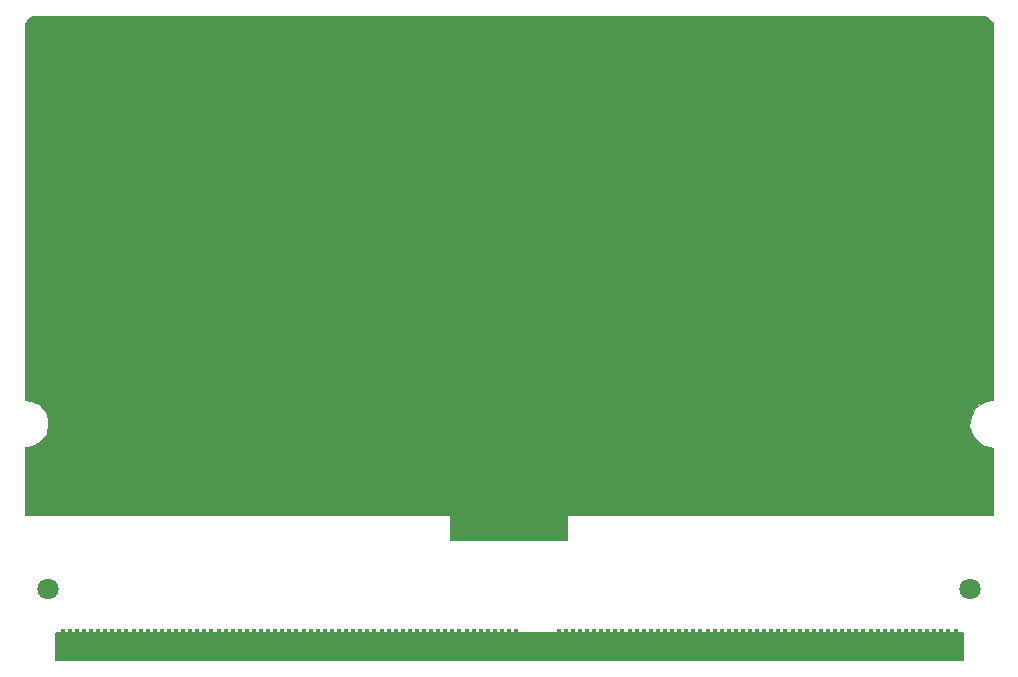
<source format=gbr>
G04 #@! TF.GenerationSoftware,KiCad,Pcbnew,6.0.11-2627ca5db0~126~ubuntu22.04.1*
G04 #@! TF.CreationDate,2023-05-08T08:47:40+02:00*
G04 #@! TF.ProjectId,DIMMCartridge_heaters,44494d4d-4361-4727-9472-696467655f68,rev?*
G04 #@! TF.SameCoordinates,Original*
G04 #@! TF.FileFunction,Soldermask,Top*
G04 #@! TF.FilePolarity,Negative*
%FSLAX46Y46*%
G04 Gerber Fmt 4.6, Leading zero omitted, Abs format (unit mm)*
G04 Created by KiCad (PCBNEW 6.0.11-2627ca5db0~126~ubuntu22.04.1) date 2023-05-08 08:47:40*
%MOMM*%
%LPD*%
G01*
G04 APERTURE LIST*
%ADD10C,0.100000*%
%ADD11C,0.150000*%
%ADD12R,2.270000X2.270000*%
%ADD13C,0.604800*%
%ADD14R,1.500000X2.270000*%
%ADD15R,2.270000X4.000000*%
%ADD16R,5.000000X2.400000*%
%ADD17R,4.000000X8.000000*%
%ADD18R,10.000000X4.000000*%
%ADD19C,1.800000*%
%ADD20R,0.400000X2.300000*%
%ADD21R,2.270000X1.950000*%
G04 APERTURE END LIST*
D10*
G36*
X140220000Y-78545000D02*
G01*
X140510000Y-78655000D01*
X140740000Y-78835000D01*
X140930000Y-79105000D01*
X140990000Y-79545000D01*
X140980000Y-111025000D01*
X140350000Y-111155000D01*
X139840000Y-111405000D01*
X139400000Y-111815000D01*
X139070000Y-112485000D01*
X138980000Y-113245000D01*
X139270000Y-114065000D01*
X140020000Y-114815000D01*
X140670000Y-115005000D01*
X140990000Y-115065000D01*
X141000000Y-120745000D01*
X59000000Y-120745000D01*
X59020000Y-115035000D01*
X59290000Y-115015000D01*
X59860000Y-114845000D01*
X60460000Y-114425000D01*
X60870000Y-113885000D01*
X61000000Y-113185000D01*
X60970000Y-112665000D01*
X60750000Y-112035000D01*
X60160000Y-111405000D01*
X59500000Y-111105000D01*
X59010000Y-111045000D01*
X59010000Y-79465000D01*
X59040000Y-79235000D01*
X59170000Y-78945000D01*
X59390000Y-78715000D01*
X59720000Y-78555000D01*
X59980000Y-78525000D01*
X140220000Y-78545000D01*
G37*
X140220000Y-78545000D02*
X140510000Y-78655000D01*
X140740000Y-78835000D01*
X140930000Y-79105000D01*
X140990000Y-79545000D01*
X140980000Y-111025000D01*
X140350000Y-111155000D01*
X139840000Y-111405000D01*
X139400000Y-111815000D01*
X139070000Y-112485000D01*
X138980000Y-113245000D01*
X139270000Y-114065000D01*
X140020000Y-114815000D01*
X140670000Y-115005000D01*
X140990000Y-115065000D01*
X141000000Y-120745000D01*
X59000000Y-120745000D01*
X59020000Y-115035000D01*
X59290000Y-115015000D01*
X59860000Y-114845000D01*
X60460000Y-114425000D01*
X60870000Y-113885000D01*
X61000000Y-113185000D01*
X60970000Y-112665000D01*
X60750000Y-112035000D01*
X60160000Y-111405000D01*
X59500000Y-111105000D01*
X59010000Y-111045000D01*
X59010000Y-79465000D01*
X59040000Y-79235000D01*
X59170000Y-78945000D01*
X59390000Y-78715000D01*
X59720000Y-78555000D01*
X59980000Y-78525000D01*
X140220000Y-78545000D01*
G36*
X138400000Y-133040000D02*
G01*
X61600000Y-133040000D01*
X61600000Y-130740000D01*
X138400000Y-130740000D01*
X138400000Y-133040000D01*
G37*
D11*
X138400000Y-133040000D02*
X61600000Y-133040000D01*
X61600000Y-130740000D01*
X138400000Y-130740000D01*
X138400000Y-133040000D01*
D12*
X82125000Y-106375000D03*
D13*
X82125000Y-106375000D03*
D12*
X117875000Y-89875000D03*
D13*
X117875000Y-89875000D03*
D12*
X82125000Y-109125000D03*
D13*
X82125000Y-109125000D03*
D14*
X74865000Y-92625000D03*
D12*
X76625000Y-92625000D03*
D13*
X76625000Y-92625000D03*
D14*
X74865000Y-106375000D03*
D12*
X76625000Y-106375000D03*
D13*
X76625000Y-106375000D03*
D14*
X125135000Y-92625000D03*
D12*
X123375000Y-92625000D03*
D13*
X123375000Y-92625000D03*
D14*
X125135000Y-106375000D03*
D12*
X123375000Y-106375000D03*
D13*
X123375000Y-106375000D03*
D12*
X82125000Y-95375000D03*
D13*
X82125000Y-95375000D03*
D12*
X82125000Y-98125000D03*
D13*
X82125000Y-98125000D03*
D12*
X82125000Y-100875000D03*
D13*
X82125000Y-100875000D03*
D12*
X82125000Y-103625000D03*
D13*
X82125000Y-103625000D03*
D12*
X117875000Y-95375000D03*
D13*
X117875000Y-95375000D03*
D12*
X117875000Y-98125000D03*
D13*
X117875000Y-98125000D03*
D12*
X117875000Y-100875000D03*
D13*
X117875000Y-100875000D03*
D12*
X117875000Y-103625000D03*
D13*
X117875000Y-103625000D03*
X104125000Y-89875000D03*
D12*
X104125000Y-89875000D03*
D13*
X104125000Y-109125000D03*
D12*
X104125000Y-109125000D03*
D13*
X106875000Y-89875000D03*
D12*
X106875000Y-89875000D03*
D13*
X106875000Y-109125000D03*
D12*
X106875000Y-109125000D03*
D13*
X109625000Y-89875000D03*
D12*
X109625000Y-89875000D03*
D13*
X109625000Y-109125000D03*
D12*
X109625000Y-109125000D03*
D13*
X112375000Y-89875000D03*
D12*
X112375000Y-89875000D03*
D13*
X112375000Y-109125000D03*
D12*
X112375000Y-109125000D03*
D13*
X115125000Y-89875000D03*
D12*
X115125000Y-89875000D03*
D13*
X115125000Y-109125000D03*
D12*
X115125000Y-109125000D03*
D13*
X84875000Y-89875000D03*
D12*
X84875000Y-89875000D03*
D13*
X84875000Y-109125000D03*
D12*
X84875000Y-109125000D03*
D13*
X87625000Y-89875000D03*
D12*
X87625000Y-89875000D03*
D13*
X87625000Y-109125000D03*
D12*
X87625000Y-109125000D03*
D13*
X90375000Y-89875000D03*
D12*
X90375000Y-89875000D03*
D13*
X90375000Y-109125000D03*
D12*
X90375000Y-109125000D03*
D13*
X93125000Y-89875000D03*
D12*
X93125000Y-89875000D03*
D13*
X93125000Y-109125000D03*
D12*
X93125000Y-109125000D03*
D13*
X95875000Y-89875000D03*
D12*
X95875000Y-89875000D03*
D13*
X95875000Y-109125000D03*
D12*
X95875000Y-109125000D03*
D13*
X98625000Y-89875000D03*
D12*
X98625000Y-89875000D03*
D13*
X98625000Y-109125000D03*
D12*
X98625000Y-109125000D03*
D13*
X101375000Y-89875000D03*
D12*
X101375000Y-89875000D03*
D13*
X101375000Y-109125000D03*
D12*
X101375000Y-109125000D03*
X82125000Y-89875000D03*
D13*
X82125000Y-89875000D03*
D12*
X117875000Y-109125000D03*
D13*
X117875000Y-109125000D03*
D15*
X72500000Y-92625000D03*
D16*
X73890000Y-95440000D03*
X73890000Y-89810000D03*
D17*
X69500000Y-92625000D03*
D13*
X72500000Y-92625000D03*
D15*
X72500000Y-106375000D03*
D16*
X73890000Y-109190000D03*
X73890000Y-103560000D03*
D17*
X69500000Y-106375000D03*
D13*
X72500000Y-106375000D03*
D15*
X127500000Y-92625000D03*
D16*
X126110000Y-89810000D03*
X126110000Y-95440000D03*
D17*
X130500000Y-92625000D03*
D13*
X127500000Y-92625000D03*
D15*
X127500000Y-106375000D03*
D16*
X126110000Y-103560000D03*
X126110000Y-109190000D03*
D17*
X130500000Y-106375000D03*
D13*
X127500000Y-106375000D03*
D12*
X104125000Y-92625000D03*
D13*
X104125000Y-92625000D03*
D12*
X104125000Y-95375000D03*
D13*
X104125000Y-95375000D03*
D12*
X104125000Y-98125000D03*
D13*
X104125000Y-98125000D03*
D12*
X104125000Y-100875000D03*
D13*
X104125000Y-100875000D03*
D12*
X104125000Y-103625000D03*
D13*
X104125000Y-103625000D03*
D12*
X104125000Y-106375000D03*
D13*
X104125000Y-106375000D03*
D12*
X106875000Y-92625000D03*
D13*
X106875000Y-92625000D03*
D12*
X106875000Y-95375000D03*
D13*
X106875000Y-95375000D03*
D12*
X106875000Y-98125000D03*
D13*
X106875000Y-98125000D03*
D12*
X106875000Y-100875000D03*
D13*
X106875000Y-100875000D03*
D12*
X106875000Y-103625000D03*
D13*
X106875000Y-103625000D03*
D12*
X106875000Y-106375000D03*
D13*
X106875000Y-106375000D03*
D12*
X109625000Y-92625000D03*
D13*
X109625000Y-92625000D03*
D12*
X109625000Y-95375000D03*
D13*
X109625000Y-95375000D03*
D12*
X109625000Y-98125000D03*
D13*
X109625000Y-98125000D03*
D12*
X109625000Y-100875000D03*
D13*
X109625000Y-100875000D03*
D12*
X109625000Y-103625000D03*
D13*
X109625000Y-103625000D03*
D12*
X109625000Y-106375000D03*
D13*
X109625000Y-106375000D03*
D12*
X112375000Y-98125000D03*
D13*
X112375000Y-98125000D03*
D12*
X112375000Y-100875000D03*
D13*
X112375000Y-100875000D03*
D12*
X112375000Y-103625000D03*
D13*
X112375000Y-103625000D03*
D12*
X112375000Y-106375000D03*
D13*
X112375000Y-106375000D03*
D12*
X115125000Y-92625000D03*
D13*
X115125000Y-92625000D03*
D12*
X115125000Y-95375000D03*
D13*
X115125000Y-95375000D03*
D12*
X115125000Y-98125000D03*
D13*
X115125000Y-98125000D03*
D12*
X115125000Y-100875000D03*
D13*
X115125000Y-100875000D03*
D12*
X115125000Y-103625000D03*
D13*
X115125000Y-103625000D03*
D12*
X115125000Y-106375000D03*
D13*
X115125000Y-106375000D03*
D12*
X117875000Y-92625000D03*
D13*
X117875000Y-92625000D03*
D12*
X117875000Y-106375000D03*
D13*
X117875000Y-106375000D03*
D12*
X82125000Y-92625000D03*
D13*
X82125000Y-92625000D03*
D12*
X84875000Y-92625000D03*
D13*
X84875000Y-92625000D03*
D12*
X84875000Y-95375000D03*
D13*
X84875000Y-95375000D03*
D12*
X84875000Y-98125000D03*
D13*
X84875000Y-98125000D03*
D12*
X84875000Y-100875000D03*
D13*
X84875000Y-100875000D03*
D12*
X84875000Y-103625000D03*
D13*
X84875000Y-103625000D03*
D12*
X84875000Y-106375000D03*
D13*
X84875000Y-106375000D03*
D12*
X87625000Y-98125000D03*
D13*
X87625000Y-98125000D03*
D12*
X87625000Y-100875000D03*
D13*
X87625000Y-100875000D03*
D12*
X87625000Y-103625000D03*
D13*
X87625000Y-103625000D03*
D12*
X87625000Y-106375000D03*
D13*
X87625000Y-106375000D03*
D12*
X90375000Y-92625000D03*
D13*
X90375000Y-92625000D03*
D12*
X90375000Y-95375000D03*
D13*
X90375000Y-95375000D03*
D12*
X90375000Y-98125000D03*
D13*
X90375000Y-98125000D03*
D12*
X90375000Y-100875000D03*
D13*
X90375000Y-100875000D03*
D12*
X90375000Y-103625000D03*
D13*
X90375000Y-103625000D03*
D12*
X90375000Y-106375000D03*
D13*
X90375000Y-106375000D03*
D12*
X93125000Y-92625000D03*
D13*
X93125000Y-92625000D03*
D12*
X93125000Y-95375000D03*
D13*
X93125000Y-95375000D03*
D12*
X93125000Y-98125000D03*
D13*
X93125000Y-98125000D03*
D12*
X93125000Y-100875000D03*
D13*
X93125000Y-100875000D03*
D12*
X93125000Y-103625000D03*
D13*
X93125000Y-103625000D03*
D12*
X93125000Y-106375000D03*
D13*
X93125000Y-106375000D03*
D12*
X95875000Y-92625000D03*
D13*
X95875000Y-92625000D03*
D12*
X95875000Y-95375000D03*
D13*
X95875000Y-95375000D03*
D12*
X95875000Y-98125000D03*
D13*
X95875000Y-98125000D03*
D12*
X95875000Y-100875000D03*
D13*
X95875000Y-100875000D03*
D12*
X95875000Y-103625000D03*
D13*
X95875000Y-103625000D03*
D12*
X95875000Y-106375000D03*
D13*
X95875000Y-106375000D03*
D12*
X98625000Y-98125000D03*
D13*
X98625000Y-98125000D03*
D12*
X98625000Y-100875000D03*
D13*
X98625000Y-100875000D03*
D12*
X98625000Y-103625000D03*
D13*
X98625000Y-103625000D03*
D12*
X98625000Y-106375000D03*
D13*
X98625000Y-106375000D03*
D12*
X101375000Y-92625000D03*
D13*
X101375000Y-92625000D03*
D12*
X101375000Y-95375000D03*
D13*
X101375000Y-95375000D03*
D12*
X101375000Y-98125000D03*
D13*
X101375000Y-98125000D03*
D12*
X101375000Y-100875000D03*
D13*
X101375000Y-100875000D03*
D12*
X101375000Y-103625000D03*
D13*
X101375000Y-103625000D03*
D12*
X101375000Y-106375000D03*
D13*
X101375000Y-106375000D03*
X79375000Y-92625000D03*
D12*
X79375000Y-92625000D03*
X78000000Y-89875000D03*
D13*
X78000000Y-89875000D03*
D12*
X78000000Y-95375000D03*
D13*
X78000000Y-95375000D03*
D12*
X78000000Y-109125000D03*
D13*
X78000000Y-109125000D03*
D12*
X122000000Y-103625000D03*
D13*
X122000000Y-103625000D03*
D12*
X78000000Y-103625000D03*
D13*
X78000000Y-103625000D03*
X79375000Y-106375000D03*
D12*
X79375000Y-106375000D03*
D13*
X120625000Y-92625000D03*
D12*
X120625000Y-92625000D03*
X122000000Y-89875000D03*
D13*
X122000000Y-89875000D03*
D12*
X122000000Y-109125000D03*
D13*
X122000000Y-109125000D03*
X120625000Y-106375000D03*
D12*
X120625000Y-106375000D03*
X122000000Y-95375000D03*
D13*
X122000000Y-95375000D03*
D18*
X100000000Y-121000000D03*
D19*
X139000000Y-127040000D03*
X61000000Y-127040000D03*
D20*
X62200000Y-131490000D03*
X62800000Y-131490000D03*
X63400000Y-131490000D03*
X64000000Y-131490000D03*
X64600000Y-131490000D03*
X65200000Y-131490000D03*
X65800000Y-131490000D03*
X66400000Y-131490000D03*
X67000000Y-131490000D03*
X67600000Y-131490000D03*
X68200000Y-131490000D03*
X68800000Y-131490000D03*
X69400000Y-131490000D03*
X70000000Y-131490000D03*
X70600000Y-131490000D03*
X71200000Y-131490000D03*
X71800000Y-131490000D03*
X72400000Y-131490000D03*
X73000000Y-131490000D03*
X73600000Y-131490000D03*
X74200000Y-131490000D03*
X74800000Y-131490000D03*
X75400000Y-131490000D03*
X76000000Y-131490000D03*
X76600000Y-131490000D03*
X77200000Y-131490000D03*
X77800000Y-131490000D03*
X78400000Y-131490000D03*
X79000000Y-131490000D03*
X79600000Y-131490000D03*
X80200000Y-131490000D03*
X80800000Y-131490000D03*
X81400000Y-131490000D03*
X82000000Y-131490000D03*
X82600000Y-131490000D03*
X83200000Y-131490000D03*
X83800000Y-131490000D03*
X84400000Y-131490000D03*
X85000000Y-131490000D03*
X85600000Y-131490000D03*
X86200000Y-131490000D03*
X86800000Y-131490000D03*
X87400000Y-131490000D03*
X88000000Y-131490000D03*
X88600000Y-131490000D03*
X89200000Y-131490000D03*
X89800000Y-131490000D03*
X90400000Y-131490000D03*
X91000000Y-131490000D03*
X91600000Y-131490000D03*
X92200000Y-131490000D03*
X92800000Y-131490000D03*
X93400000Y-131490000D03*
X94000000Y-131490000D03*
X94600000Y-131490000D03*
X95200000Y-131490000D03*
X95800000Y-131490000D03*
X96400000Y-131490000D03*
X97000000Y-131490000D03*
X97600000Y-131490000D03*
X98200000Y-131490000D03*
X98800000Y-131490000D03*
X99400000Y-131490000D03*
X100000000Y-131490000D03*
X100600000Y-131490000D03*
X104200000Y-131490000D03*
X104800000Y-131490000D03*
X105400000Y-131490000D03*
X106000000Y-131490000D03*
X106600000Y-131490000D03*
X107200000Y-131490000D03*
X107800000Y-131490000D03*
X108400000Y-131490000D03*
X109000000Y-131490000D03*
X109600000Y-131490000D03*
X110200000Y-131490000D03*
X110800000Y-131490000D03*
X111400000Y-131490000D03*
X112000000Y-131490000D03*
X112600000Y-131490000D03*
X113200000Y-131490000D03*
X113800000Y-131490000D03*
X114400000Y-131490000D03*
X115000000Y-131490000D03*
X115600000Y-131490000D03*
X116200000Y-131490000D03*
X116800000Y-131490000D03*
X117400000Y-131490000D03*
X118000000Y-131490000D03*
X118600000Y-131490000D03*
X119200000Y-131490000D03*
X119800000Y-131490000D03*
X120400000Y-131490000D03*
X121000000Y-131490000D03*
X121600000Y-131490000D03*
X122200000Y-131490000D03*
X122800000Y-131490000D03*
X123400000Y-131490000D03*
X124000000Y-131490000D03*
X124600000Y-131490000D03*
X125200000Y-131490000D03*
X125800000Y-131490000D03*
X126400000Y-131490000D03*
X127000000Y-131490000D03*
X127600000Y-131490000D03*
X128200000Y-131490000D03*
X128800000Y-131490000D03*
X129400000Y-131490000D03*
X130000000Y-131490000D03*
X130600000Y-131490000D03*
X131200000Y-131490000D03*
X131800000Y-131490000D03*
X132400000Y-131490000D03*
X133000000Y-131490000D03*
X133600000Y-131490000D03*
X134200000Y-131490000D03*
X134800000Y-131490000D03*
X135400000Y-131490000D03*
X136000000Y-131490000D03*
X136600000Y-131490000D03*
X137200000Y-131490000D03*
X137800000Y-131490000D03*
D21*
X87625000Y-92465000D03*
D13*
X87625000Y-92625000D03*
D21*
X87625000Y-95535000D03*
D13*
X87625000Y-95375000D03*
D21*
X112375000Y-92465000D03*
D13*
X112375000Y-92625000D03*
D21*
X112375000Y-95535000D03*
D13*
X112375000Y-95375000D03*
D21*
X98625000Y-92465000D03*
D13*
X98625000Y-92625000D03*
D21*
X98625000Y-95535000D03*
D13*
X98625000Y-95375000D03*
M02*

</source>
